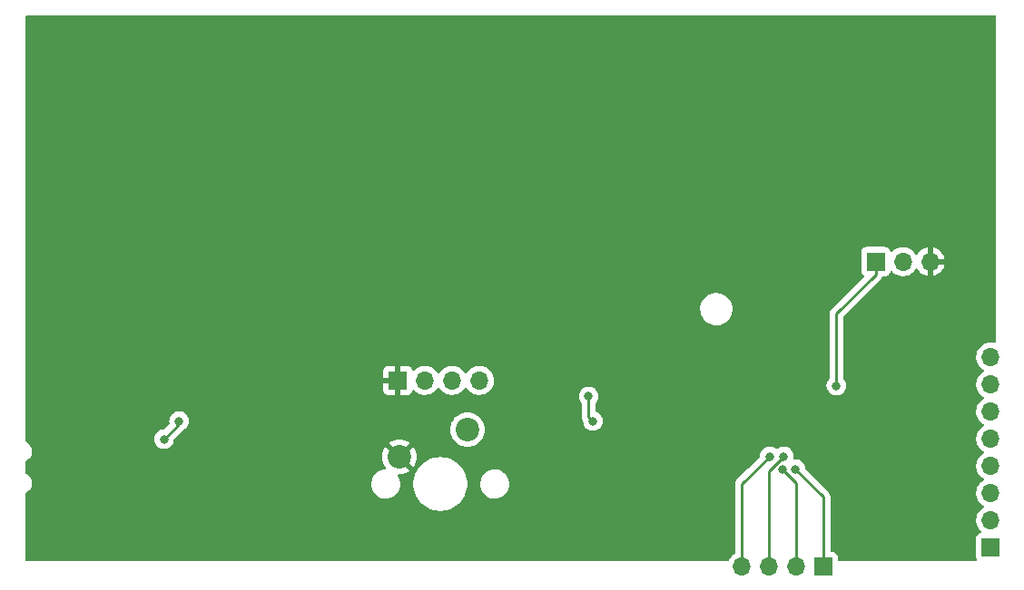
<source format=gbr>
%TF.GenerationSoftware,KiCad,Pcbnew,(6.0.11)*%
%TF.CreationDate,2023-02-12T12:57:38-06:00*%
%TF.ProjectId,DisplayMin,44697370-6c61-4794-9d69-6e2e6b696361,rev?*%
%TF.SameCoordinates,Original*%
%TF.FileFunction,Copper,L2,Bot*%
%TF.FilePolarity,Positive*%
%FSLAX46Y46*%
G04 Gerber Fmt 4.6, Leading zero omitted, Abs format (unit mm)*
G04 Created by KiCad (PCBNEW (6.0.11)) date 2023-02-12 12:57:38*
%MOMM*%
%LPD*%
G01*
G04 APERTURE LIST*
%TA.AperFunction,ComponentPad*%
%ADD10C,2.200000*%
%TD*%
%TA.AperFunction,ComponentPad*%
%ADD11O,1.700000X1.700000*%
%TD*%
%TA.AperFunction,ComponentPad*%
%ADD12R,1.700000X1.700000*%
%TD*%
%TA.AperFunction,ViaPad*%
%ADD13C,0.800000*%
%TD*%
%TA.AperFunction,Conductor*%
%ADD14C,0.250000*%
%TD*%
G04 APERTURE END LIST*
D10*
%TO.P,SW3,2,2*%
%TO.N,VSS*%
X131350000Y-109240000D03*
%TO.P,SW3,1,1*%
%TO.N,Net-(SW3-Pad1)*%
X137700000Y-106700000D03*
%TD*%
D11*
%TO.P,J4,3,Pin_3*%
%TO.N,VSS*%
X180855000Y-91000000D03*
%TO.P,J4,2,Pin_2*%
%TO.N,VCC*%
X178315000Y-91000000D03*
D12*
%TO.P,J4,1,Pin_1*%
%TO.N,SWIO*%
X175775000Y-91000000D03*
%TD*%
D11*
%TO.P,J3,4,Pin_4*%
%TO.N,Net-(J3-Pad4)*%
X163280000Y-119525000D03*
%TO.P,J3,3,Pin_3*%
%TO.N,Net-(J3-Pad3)*%
X165820000Y-119525000D03*
%TO.P,J3,2,Pin_2*%
%TO.N,Net-(J3-Pad2)*%
X168360000Y-119525000D03*
D12*
%TO.P,J3,1,Pin_1*%
%TO.N,Net-(J3-Pad1)*%
X170900000Y-119525000D03*
%TD*%
%TO.P,J2,1,Pin_1*%
%TO.N,VSS*%
X131200000Y-102100000D03*
D11*
%TO.P,J2,2,Pin_2*%
%TO.N,VCC*%
X133740000Y-102100000D03*
%TO.P,J2,3,Pin_3*%
%TO.N,SCL*%
X136280000Y-102100000D03*
%TO.P,J2,4,Pin_4*%
%TO.N,SDA*%
X138820000Y-102100000D03*
%TD*%
%TO.P,J1,8,Pin_8*%
%TO.N,Net-(J1-Pad8)*%
X186500000Y-99920000D03*
%TO.P,J1,7,Pin_7*%
%TO.N,Net-(J1-Pad7)*%
X186500000Y-102460000D03*
%TO.P,J1,6,Pin_6*%
%TO.N,Net-(J1-Pad6)*%
X186500000Y-105000000D03*
%TO.P,J1,5,Pin_5*%
%TO.N,Net-(J1-Pad5)*%
X186500000Y-107540000D03*
%TO.P,J1,4,Pin_4*%
%TO.N,Net-(J1-Pad4)*%
X186500000Y-110080000D03*
%TO.P,J1,3,Pin_3*%
%TO.N,Net-(J1-Pad3)*%
X186500000Y-112620000D03*
%TO.P,J1,2,Pin_2*%
%TO.N,Net-(J1-Pad2)*%
X186500000Y-115160000D03*
D12*
%TO.P,J1,1,Pin_1*%
%TO.N,Net-(J1-Pad1)*%
X186500000Y-117700000D03*
%TD*%
D13*
%TO.N,VSS*%
X177500000Y-100000000D03*
X173500000Y-103500000D03*
X175000000Y-115500000D03*
X159000000Y-116000000D03*
X160500000Y-110500000D03*
X160500000Y-107500000D03*
X164500000Y-103000000D03*
X156000000Y-102000000D03*
X131500000Y-105000000D03*
X115000000Y-108000000D03*
X102500000Y-116500000D03*
X104000000Y-110000000D03*
X109000000Y-112000000D03*
%TO.N,SWIO*%
X172100000Y-102600000D03*
%TO.N,Net-(J3-Pad4)*%
X165900000Y-109200000D03*
%TO.N,Net-(J3-Pad3)*%
X167200000Y-109200000D03*
%TO.N,Net-(J3-Pad2)*%
X167100000Y-110400000D03*
%TO.N,Net-(J3-Pad1)*%
X168300000Y-110400000D03*
%TO.N,SCL*%
X149400000Y-105900000D03*
X149000000Y-103600000D03*
%TO.N,VCC*%
X109400000Y-107600000D03*
X110800000Y-105900000D03*
%TD*%
D14*
%TO.N,SWIO*%
X175775000Y-92225000D02*
X175775000Y-91000000D01*
X172100000Y-102600000D02*
X172100000Y-95900000D01*
X172100000Y-95900000D02*
X175775000Y-92225000D01*
%TO.N,Net-(J3-Pad4)*%
X165900000Y-109200000D02*
X163280000Y-111820000D01*
X163280000Y-111820000D02*
X163280000Y-119525000D01*
%TO.N,Net-(J3-Pad3)*%
X167200000Y-109200000D02*
X165820000Y-110580000D01*
X165820000Y-110580000D02*
X165820000Y-119525000D01*
%TO.N,Net-(J3-Pad2)*%
X167100000Y-110400000D02*
X168360000Y-111660000D01*
X168360000Y-111660000D02*
X168360000Y-119525000D01*
%TO.N,Net-(J3-Pad1)*%
X168300000Y-110400000D02*
X170900000Y-113000000D01*
X170900000Y-113000000D02*
X170900000Y-119525000D01*
%TO.N,SCL*%
X149000000Y-105500000D02*
X149400000Y-105900000D01*
X149000000Y-103600000D02*
X149000000Y-105500000D01*
%TO.N,VCC*%
X110800000Y-106200000D02*
X109400000Y-107600000D01*
X110800000Y-105900000D02*
X110800000Y-106200000D01*
%TD*%
%TA.AperFunction,Conductor*%
%TO.N,VSS*%
G36*
X186942121Y-68020002D02*
G01*
X186988614Y-68073658D01*
X187000000Y-68126000D01*
X187000000Y-98478997D01*
X186979998Y-98547118D01*
X186926342Y-98593611D01*
X186856068Y-98603715D01*
X186848538Y-98602185D01*
X186848212Y-98602069D01*
X186846254Y-98601720D01*
X186846243Y-98601718D01*
X186633373Y-98563800D01*
X186633367Y-98563799D01*
X186628284Y-98562894D01*
X186554452Y-98561992D01*
X186410081Y-98560228D01*
X186410079Y-98560228D01*
X186404911Y-98560165D01*
X186184091Y-98593955D01*
X185971756Y-98663357D01*
X185773607Y-98766507D01*
X185769474Y-98769610D01*
X185769471Y-98769612D01*
X185599100Y-98897530D01*
X185594965Y-98900635D01*
X185440629Y-99062138D01*
X185314743Y-99246680D01*
X185220688Y-99449305D01*
X185160989Y-99664570D01*
X185137251Y-99886695D01*
X185150110Y-100109715D01*
X185151247Y-100114761D01*
X185151248Y-100114767D01*
X185172275Y-100208069D01*
X185199222Y-100327639D01*
X185283266Y-100534616D01*
X185399987Y-100725088D01*
X185546250Y-100893938D01*
X185718126Y-101036632D01*
X185788115Y-101077530D01*
X185791445Y-101079476D01*
X185840169Y-101131114D01*
X185853240Y-101200897D01*
X185826509Y-101266669D01*
X185786055Y-101300027D01*
X185773607Y-101306507D01*
X185769474Y-101309610D01*
X185769471Y-101309612D01*
X185613551Y-101426680D01*
X185594965Y-101440635D01*
X185440629Y-101602138D01*
X185314743Y-101786680D01*
X185287208Y-101846000D01*
X185224178Y-101981787D01*
X185220688Y-101989305D01*
X185160989Y-102204570D01*
X185137251Y-102426695D01*
X185137548Y-102431848D01*
X185137548Y-102431851D01*
X185147348Y-102601811D01*
X185150110Y-102649715D01*
X185151247Y-102654761D01*
X185151248Y-102654767D01*
X185159836Y-102692872D01*
X185199222Y-102867639D01*
X185247745Y-102987137D01*
X185274226Y-103052352D01*
X185283266Y-103074616D01*
X185285965Y-103079020D01*
X185377532Y-103228444D01*
X185399987Y-103265088D01*
X185546250Y-103433938D01*
X185718126Y-103576632D01*
X185788595Y-103617811D01*
X185791445Y-103619476D01*
X185840169Y-103671114D01*
X185853240Y-103740897D01*
X185826509Y-103806669D01*
X185786055Y-103840027D01*
X185773607Y-103846507D01*
X185769474Y-103849610D01*
X185769471Y-103849612D01*
X185599100Y-103977530D01*
X185594965Y-103980635D01*
X185591393Y-103984373D01*
X185445593Y-104136944D01*
X185440629Y-104142138D01*
X185314743Y-104326680D01*
X185220688Y-104529305D01*
X185160989Y-104744570D01*
X185137251Y-104966695D01*
X185137548Y-104971848D01*
X185137548Y-104971851D01*
X185148823Y-105167389D01*
X185150110Y-105189715D01*
X185151247Y-105194761D01*
X185151248Y-105194767D01*
X185158297Y-105226045D01*
X185199222Y-105407639D01*
X185283266Y-105614616D01*
X185298025Y-105638700D01*
X185372613Y-105760417D01*
X185399987Y-105805088D01*
X185546250Y-105973938D01*
X185718126Y-106116632D01*
X185788595Y-106157811D01*
X185791445Y-106159476D01*
X185840169Y-106211114D01*
X185853240Y-106280897D01*
X185826509Y-106346669D01*
X185786055Y-106380027D01*
X185773607Y-106386507D01*
X185769474Y-106389610D01*
X185769471Y-106389612D01*
X185685671Y-106452531D01*
X185594965Y-106520635D01*
X185440629Y-106682138D01*
X185437715Y-106686410D01*
X185437714Y-106686411D01*
X185394790Y-106749335D01*
X185314743Y-106866680D01*
X185287187Y-106926045D01*
X185223589Y-107063056D01*
X185220688Y-107069305D01*
X185160989Y-107284570D01*
X185137251Y-107506695D01*
X185137548Y-107511848D01*
X185137548Y-107511851D01*
X185145177Y-107644162D01*
X185150110Y-107729715D01*
X185151247Y-107734761D01*
X185151248Y-107734767D01*
X185170336Y-107819465D01*
X185199222Y-107947639D01*
X185236966Y-108040591D01*
X185277133Y-108139511D01*
X185283266Y-108154616D01*
X185285965Y-108159020D01*
X185368679Y-108293997D01*
X185399987Y-108345088D01*
X185546250Y-108513938D01*
X185718126Y-108656632D01*
X185738905Y-108668774D01*
X185791445Y-108699476D01*
X185840169Y-108751114D01*
X185853240Y-108820897D01*
X185826509Y-108886669D01*
X185786055Y-108920027D01*
X185773607Y-108926507D01*
X185769474Y-108929610D01*
X185769471Y-108929612D01*
X185629575Y-109034649D01*
X185594965Y-109060635D01*
X185591393Y-109064373D01*
X185446928Y-109215547D01*
X185440629Y-109222138D01*
X185437715Y-109226410D01*
X185437714Y-109226411D01*
X185396990Y-109286110D01*
X185314743Y-109406680D01*
X185284656Y-109471498D01*
X185229401Y-109590535D01*
X185220688Y-109609305D01*
X185160989Y-109824570D01*
X185137251Y-110046695D01*
X185137548Y-110051848D01*
X185137548Y-110051851D01*
X185145160Y-110183867D01*
X185150110Y-110269715D01*
X185151247Y-110274761D01*
X185151248Y-110274767D01*
X185168715Y-110352272D01*
X185199222Y-110487639D01*
X185241466Y-110591673D01*
X185275132Y-110674583D01*
X185283266Y-110694616D01*
X185315266Y-110746835D01*
X185387058Y-110863989D01*
X185399987Y-110885088D01*
X185546250Y-111053938D01*
X185718126Y-111196632D01*
X185776747Y-111230887D01*
X185791445Y-111239476D01*
X185840169Y-111291114D01*
X185853240Y-111360897D01*
X185826509Y-111426669D01*
X185786055Y-111460027D01*
X185773607Y-111466507D01*
X185769474Y-111469610D01*
X185769471Y-111469612D01*
X185605645Y-111592616D01*
X185594965Y-111600635D01*
X185578135Y-111618247D01*
X185484936Y-111715774D01*
X185440629Y-111762138D01*
X185314743Y-111946680D01*
X185294911Y-111989404D01*
X185227517Y-112134594D01*
X185220688Y-112149305D01*
X185160989Y-112364570D01*
X185137251Y-112586695D01*
X185137548Y-112591848D01*
X185137548Y-112591851D01*
X185142828Y-112683424D01*
X185150110Y-112809715D01*
X185151247Y-112814761D01*
X185151248Y-112814767D01*
X185163952Y-112871137D01*
X185199222Y-113027639D01*
X185283266Y-113234616D01*
X185315864Y-113287811D01*
X185373669Y-113382140D01*
X185399987Y-113425088D01*
X185546250Y-113593938D01*
X185718126Y-113736632D01*
X185788595Y-113777811D01*
X185791445Y-113779476D01*
X185840169Y-113831114D01*
X185853240Y-113900897D01*
X185826509Y-113966669D01*
X185786055Y-114000027D01*
X185773607Y-114006507D01*
X185769474Y-114009610D01*
X185769471Y-114009612D01*
X185599100Y-114137530D01*
X185594965Y-114140635D01*
X185440629Y-114302138D01*
X185314743Y-114486680D01*
X185220688Y-114689305D01*
X185160989Y-114904570D01*
X185137251Y-115126695D01*
X185150110Y-115349715D01*
X185151247Y-115354761D01*
X185151248Y-115354767D01*
X185172275Y-115448069D01*
X185199222Y-115567639D01*
X185283266Y-115774616D01*
X185285965Y-115779020D01*
X185395243Y-115957346D01*
X185399987Y-115965088D01*
X185546250Y-116133938D01*
X185550230Y-116137242D01*
X185554981Y-116141187D01*
X185594616Y-116200090D01*
X185596113Y-116271071D01*
X185558997Y-116331593D01*
X185518724Y-116356112D01*
X185403295Y-116399385D01*
X185286739Y-116486739D01*
X185199385Y-116603295D01*
X185148255Y-116739684D01*
X185141500Y-116801866D01*
X185141500Y-118598134D01*
X185148255Y-118660316D01*
X185199385Y-118796705D01*
X185204771Y-118803892D01*
X185209079Y-118811760D01*
X185206238Y-118813315D01*
X185225528Y-118864921D01*
X185210487Y-118934306D01*
X185160321Y-118984544D01*
X185099856Y-119000000D01*
X172384500Y-119000000D01*
X172316379Y-118979998D01*
X172269886Y-118926342D01*
X172258500Y-118874000D01*
X172258500Y-118626866D01*
X172251745Y-118564684D01*
X172200615Y-118428295D01*
X172113261Y-118311739D01*
X171996705Y-118224385D01*
X171860316Y-118173255D01*
X171798134Y-118166500D01*
X171659500Y-118166500D01*
X171591379Y-118146498D01*
X171544886Y-118092842D01*
X171533500Y-118040500D01*
X171533500Y-113078767D01*
X171534027Y-113067584D01*
X171535702Y-113060091D01*
X171533562Y-112992014D01*
X171533500Y-112988055D01*
X171533500Y-112960144D01*
X171532995Y-112956144D01*
X171532062Y-112944301D01*
X171530922Y-112908029D01*
X171530673Y-112900110D01*
X171525022Y-112880658D01*
X171521014Y-112861306D01*
X171519467Y-112849063D01*
X171518474Y-112841203D01*
X171515556Y-112833832D01*
X171502200Y-112800097D01*
X171498355Y-112788870D01*
X171497721Y-112786687D01*
X171486018Y-112746407D01*
X171481984Y-112739585D01*
X171481981Y-112739579D01*
X171475706Y-112728968D01*
X171467010Y-112711218D01*
X171462472Y-112699756D01*
X171462469Y-112699751D01*
X171459552Y-112692383D01*
X171441308Y-112667272D01*
X171433573Y-112656625D01*
X171427057Y-112646707D01*
X171408575Y-112615457D01*
X171404542Y-112608637D01*
X171390218Y-112594313D01*
X171377376Y-112579278D01*
X171365472Y-112562893D01*
X171331406Y-112534711D01*
X171322627Y-112526722D01*
X169247122Y-110451217D01*
X169213096Y-110388905D01*
X169210907Y-110375292D01*
X169194232Y-110216635D01*
X169194232Y-110216633D01*
X169193542Y-110210072D01*
X169134527Y-110028444D01*
X169039040Y-109863056D01*
X169009013Y-109829707D01*
X168915675Y-109726045D01*
X168915674Y-109726044D01*
X168911253Y-109721134D01*
X168756752Y-109608882D01*
X168750724Y-109606198D01*
X168750722Y-109606197D01*
X168588319Y-109533891D01*
X168588318Y-109533891D01*
X168582288Y-109531206D01*
X168488887Y-109511353D01*
X168401944Y-109492872D01*
X168401939Y-109492872D01*
X168395487Y-109491500D01*
X168222804Y-109491500D01*
X168154683Y-109471498D01*
X168108190Y-109417842D01*
X168097494Y-109352330D01*
X168112814Y-109206565D01*
X168113504Y-109200000D01*
X168093542Y-109010072D01*
X168034527Y-108828444D01*
X168023402Y-108809174D01*
X167942341Y-108668774D01*
X167939040Y-108663056D01*
X167844094Y-108557607D01*
X167815675Y-108526045D01*
X167815674Y-108526044D01*
X167811253Y-108521134D01*
X167656752Y-108408882D01*
X167650724Y-108406198D01*
X167650722Y-108406197D01*
X167488319Y-108333891D01*
X167488318Y-108333891D01*
X167482288Y-108331206D01*
X167364645Y-108306200D01*
X167301944Y-108292872D01*
X167301939Y-108292872D01*
X167295487Y-108291500D01*
X167104513Y-108291500D01*
X167098061Y-108292872D01*
X167098056Y-108292872D01*
X167035355Y-108306200D01*
X166917712Y-108331206D01*
X166911682Y-108333891D01*
X166911681Y-108333891D01*
X166749278Y-108406197D01*
X166749276Y-108406198D01*
X166743248Y-108408882D01*
X166737907Y-108412762D01*
X166737906Y-108412763D01*
X166624061Y-108495477D01*
X166557194Y-108519335D01*
X166488042Y-108503255D01*
X166475939Y-108495477D01*
X166362094Y-108412763D01*
X166362093Y-108412762D01*
X166356752Y-108408882D01*
X166350724Y-108406198D01*
X166350722Y-108406197D01*
X166188319Y-108333891D01*
X166188318Y-108333891D01*
X166182288Y-108331206D01*
X166064645Y-108306200D01*
X166001944Y-108292872D01*
X166001939Y-108292872D01*
X165995487Y-108291500D01*
X165804513Y-108291500D01*
X165798061Y-108292872D01*
X165798056Y-108292872D01*
X165735355Y-108306200D01*
X165617712Y-108331206D01*
X165611682Y-108333891D01*
X165611681Y-108333891D01*
X165449278Y-108406197D01*
X165449276Y-108406198D01*
X165443248Y-108408882D01*
X165288747Y-108521134D01*
X165284326Y-108526044D01*
X165284325Y-108526045D01*
X165255907Y-108557607D01*
X165160960Y-108663056D01*
X165157659Y-108668774D01*
X165076599Y-108809174D01*
X165065473Y-108828444D01*
X165006458Y-109010072D01*
X165005768Y-109016633D01*
X165005768Y-109016635D01*
X164989093Y-109175293D01*
X164962080Y-109240950D01*
X164952878Y-109251218D01*
X163851823Y-110352272D01*
X162887747Y-111316348D01*
X162879461Y-111323888D01*
X162872982Y-111328000D01*
X162867557Y-111333777D01*
X162826357Y-111377651D01*
X162823602Y-111380493D01*
X162803865Y-111400230D01*
X162801385Y-111403427D01*
X162793682Y-111412447D01*
X162763414Y-111444679D01*
X162759595Y-111451625D01*
X162759593Y-111451628D01*
X162753652Y-111462434D01*
X162742801Y-111478953D01*
X162730386Y-111494959D01*
X162727241Y-111502228D01*
X162727238Y-111502232D01*
X162712826Y-111535537D01*
X162707609Y-111546187D01*
X162686305Y-111584940D01*
X162681316Y-111604373D01*
X162681267Y-111604562D01*
X162674863Y-111623266D01*
X162666819Y-111641855D01*
X162665580Y-111649678D01*
X162665577Y-111649688D01*
X162659901Y-111685524D01*
X162657495Y-111697144D01*
X162648472Y-111732289D01*
X162646500Y-111739970D01*
X162646500Y-111760224D01*
X162644949Y-111779934D01*
X162641780Y-111799943D01*
X162642526Y-111807835D01*
X162645941Y-111843961D01*
X162646500Y-111855819D01*
X162646500Y-118246692D01*
X162626498Y-118314813D01*
X162578683Y-118358453D01*
X162553607Y-118371507D01*
X162549474Y-118374610D01*
X162549471Y-118374612D01*
X162379100Y-118502530D01*
X162374965Y-118505635D01*
X162335525Y-118546907D01*
X162234656Y-118652460D01*
X162220629Y-118667138D01*
X162094743Y-118851680D01*
X162092567Y-118856367D01*
X162092564Y-118856373D01*
X162059757Y-118927050D01*
X162012933Y-118980417D01*
X161945469Y-119000000D01*
X96626000Y-119000000D01*
X96557879Y-118979998D01*
X96511386Y-118926342D01*
X96500000Y-118874000D01*
X96500000Y-112667272D01*
X96520002Y-112599151D01*
X96564913Y-112557070D01*
X96669271Y-112499223D01*
X96669274Y-112499221D01*
X96674850Y-112496130D01*
X96679691Y-112491981D01*
X96679695Y-112491978D01*
X96817855Y-112373560D01*
X96822698Y-112369409D01*
X96942046Y-112215547D01*
X96947483Y-112204499D01*
X97025200Y-112046556D01*
X97028018Y-112040829D01*
X97041413Y-111989404D01*
X97075492Y-111858575D01*
X97075492Y-111858572D01*
X97077102Y-111852393D01*
X97083396Y-111732289D01*
X97084262Y-111715774D01*
X128718102Y-111715774D01*
X128718302Y-111721103D01*
X128718302Y-111721105D01*
X128720003Y-111766411D01*
X128726751Y-111946158D01*
X128774093Y-112171791D01*
X128776051Y-112176750D01*
X128776052Y-112176752D01*
X128852137Y-112369409D01*
X128858776Y-112386221D01*
X128861543Y-112390780D01*
X128861544Y-112390783D01*
X128926883Y-112498458D01*
X128978377Y-112583317D01*
X128981874Y-112587347D01*
X129119899Y-112746407D01*
X129129477Y-112757445D01*
X129133608Y-112760832D01*
X129303627Y-112900240D01*
X129303633Y-112900244D01*
X129307755Y-112903624D01*
X129312391Y-112906263D01*
X129312394Y-112906265D01*
X129407046Y-112960144D01*
X129508114Y-113017675D01*
X129724825Y-113096337D01*
X129730074Y-113097286D01*
X129730077Y-113097287D01*
X129947608Y-113136623D01*
X129947615Y-113136624D01*
X129951692Y-113137361D01*
X129969414Y-113138197D01*
X129974356Y-113138430D01*
X129974363Y-113138430D01*
X129975844Y-113138500D01*
X130137890Y-113138500D01*
X130204809Y-113132822D01*
X130304409Y-113124371D01*
X130304413Y-113124370D01*
X130309720Y-113123920D01*
X130314875Y-113122582D01*
X130314881Y-113122581D01*
X130527703Y-113067343D01*
X130527707Y-113067342D01*
X130532872Y-113066001D01*
X130537738Y-113063809D01*
X130537741Y-113063808D01*
X130738202Y-112973507D01*
X130743075Y-112971312D01*
X130934319Y-112842559D01*
X130943468Y-112833832D01*
X131035112Y-112746407D01*
X131101135Y-112683424D01*
X131113153Y-112667272D01*
X131211780Y-112534712D01*
X131238754Y-112498458D01*
X131271363Y-112434322D01*
X131340822Y-112297704D01*
X131343240Y-112292949D01*
X131356274Y-112250975D01*
X131410024Y-112077871D01*
X131411607Y-112072773D01*
X131424619Y-111974596D01*
X131429493Y-111937821D01*
X132651500Y-111937821D01*
X132691060Y-112250975D01*
X132769557Y-112556702D01*
X132771010Y-112560371D01*
X132771010Y-112560372D01*
X132881279Y-112838878D01*
X132885753Y-112850179D01*
X132887659Y-112853647D01*
X132887660Y-112853648D01*
X133021603Y-113097287D01*
X133037816Y-113126779D01*
X133223346Y-113382140D01*
X133439418Y-113612233D01*
X133682625Y-113813432D01*
X133949131Y-113982562D01*
X133952710Y-113984246D01*
X133952717Y-113984250D01*
X134231144Y-114115267D01*
X134231148Y-114115269D01*
X134234734Y-114116956D01*
X134534928Y-114214495D01*
X134844980Y-114273641D01*
X135081162Y-114288500D01*
X135238838Y-114288500D01*
X135475020Y-114273641D01*
X135785072Y-114214495D01*
X136085266Y-114116956D01*
X136088852Y-114115269D01*
X136088856Y-114115267D01*
X136367283Y-113984250D01*
X136367290Y-113984246D01*
X136370869Y-113982562D01*
X136637375Y-113813432D01*
X136880582Y-113612233D01*
X137096654Y-113382140D01*
X137282184Y-113126779D01*
X137298398Y-113097287D01*
X137432340Y-112853648D01*
X137432341Y-112853647D01*
X137434247Y-112850179D01*
X137438722Y-112838878D01*
X137548990Y-112560372D01*
X137548990Y-112560371D01*
X137550443Y-112556702D01*
X137628940Y-112250975D01*
X137668500Y-111937821D01*
X137668500Y-111715774D01*
X138878102Y-111715774D01*
X138878302Y-111721103D01*
X138878302Y-111721105D01*
X138880003Y-111766411D01*
X138886751Y-111946158D01*
X138934093Y-112171791D01*
X138936051Y-112176750D01*
X138936052Y-112176752D01*
X139012137Y-112369409D01*
X139018776Y-112386221D01*
X139021543Y-112390780D01*
X139021544Y-112390783D01*
X139086883Y-112498458D01*
X139138377Y-112583317D01*
X139141874Y-112587347D01*
X139279899Y-112746407D01*
X139289477Y-112757445D01*
X139293608Y-112760832D01*
X139463627Y-112900240D01*
X139463633Y-112900244D01*
X139467755Y-112903624D01*
X139472391Y-112906263D01*
X139472394Y-112906265D01*
X139567046Y-112960144D01*
X139668114Y-113017675D01*
X139884825Y-113096337D01*
X139890074Y-113097286D01*
X139890077Y-113097287D01*
X140107608Y-113136623D01*
X140107615Y-113136624D01*
X140111692Y-113137361D01*
X140129414Y-113138197D01*
X140134356Y-113138430D01*
X140134363Y-113138430D01*
X140135844Y-113138500D01*
X140297890Y-113138500D01*
X140364809Y-113132822D01*
X140464409Y-113124371D01*
X140464413Y-113124370D01*
X140469720Y-113123920D01*
X140474875Y-113122582D01*
X140474881Y-113122581D01*
X140687703Y-113067343D01*
X140687707Y-113067342D01*
X140692872Y-113066001D01*
X140697738Y-113063809D01*
X140697741Y-113063808D01*
X140898202Y-112973507D01*
X140903075Y-112971312D01*
X141094319Y-112842559D01*
X141103468Y-112833832D01*
X141195112Y-112746407D01*
X141261135Y-112683424D01*
X141273153Y-112667272D01*
X141371780Y-112534712D01*
X141398754Y-112498458D01*
X141431363Y-112434322D01*
X141500822Y-112297704D01*
X141503240Y-112292949D01*
X141516274Y-112250975D01*
X141570024Y-112077871D01*
X141571607Y-112072773D01*
X141584619Y-111974596D01*
X141601198Y-111849511D01*
X141601198Y-111849506D01*
X141601898Y-111844226D01*
X141593249Y-111613842D01*
X141585729Y-111577999D01*
X141547002Y-111393428D01*
X141545907Y-111388209D01*
X141542860Y-111380493D01*
X141463185Y-111178744D01*
X141463184Y-111178742D01*
X141461224Y-111173779D01*
X141341623Y-110976683D01*
X141254755Y-110876576D01*
X141194023Y-110806588D01*
X141194021Y-110806586D01*
X141190523Y-110802555D01*
X141114355Y-110740101D01*
X141016373Y-110659760D01*
X141016367Y-110659756D01*
X141012245Y-110656376D01*
X141007609Y-110653737D01*
X141007606Y-110653735D01*
X140816529Y-110544968D01*
X140811886Y-110542325D01*
X140595175Y-110463663D01*
X140589926Y-110462714D01*
X140589923Y-110462713D01*
X140372392Y-110423377D01*
X140372385Y-110423376D01*
X140368308Y-110422639D01*
X140350586Y-110421803D01*
X140345644Y-110421570D01*
X140345637Y-110421570D01*
X140344156Y-110421500D01*
X140182110Y-110421500D01*
X140115191Y-110427178D01*
X140015591Y-110435629D01*
X140015587Y-110435630D01*
X140010280Y-110436080D01*
X140005125Y-110437418D01*
X140005119Y-110437419D01*
X139792297Y-110492657D01*
X139792293Y-110492658D01*
X139787128Y-110493999D01*
X139782262Y-110496191D01*
X139782259Y-110496192D01*
X139674287Y-110544830D01*
X139576925Y-110588688D01*
X139385681Y-110717441D01*
X139218865Y-110876576D01*
X139081246Y-111061542D01*
X139078830Y-111066293D01*
X139078828Y-111066297D01*
X139055324Y-111112526D01*
X138976760Y-111267051D01*
X138975178Y-111272145D01*
X138975177Y-111272148D01*
X138931612Y-111412449D01*
X138908393Y-111487227D01*
X138907692Y-111492516D01*
X138885768Y-111657936D01*
X138878102Y-111715774D01*
X137668500Y-111715774D01*
X137668500Y-111622179D01*
X137628940Y-111309025D01*
X137550443Y-111003298D01*
X137539905Y-110976683D01*
X137435702Y-110713495D01*
X137435700Y-110713490D01*
X137434247Y-110709821D01*
X137367653Y-110588688D01*
X137284093Y-110436693D01*
X137284091Y-110436690D01*
X137282184Y-110433221D01*
X137096654Y-110177860D01*
X136917423Y-109986999D01*
X136883297Y-109950658D01*
X136883296Y-109950657D01*
X136880582Y-109947767D01*
X136637375Y-109746568D01*
X136370869Y-109577438D01*
X136367290Y-109575754D01*
X136367283Y-109575750D01*
X136088856Y-109444733D01*
X136088852Y-109444731D01*
X136085266Y-109443044D01*
X136063095Y-109435840D01*
X135788848Y-109346732D01*
X135788850Y-109346732D01*
X135785072Y-109345505D01*
X135475020Y-109286359D01*
X135238838Y-109271500D01*
X135081162Y-109271500D01*
X134844980Y-109286359D01*
X134534928Y-109345505D01*
X134531150Y-109346732D01*
X134531152Y-109346732D01*
X134256906Y-109435840D01*
X134234734Y-109443044D01*
X134231148Y-109444731D01*
X134231144Y-109444733D01*
X133952717Y-109575750D01*
X133952710Y-109575754D01*
X133949131Y-109577438D01*
X133682625Y-109746568D01*
X133439418Y-109947767D01*
X133436704Y-109950657D01*
X133436703Y-109950658D01*
X133402577Y-109986999D01*
X133223346Y-110177860D01*
X133037816Y-110433221D01*
X133035909Y-110436690D01*
X133035907Y-110436693D01*
X132952347Y-110588688D01*
X132885753Y-110709821D01*
X132884300Y-110713490D01*
X132884298Y-110713495D01*
X132780095Y-110976683D01*
X132769557Y-111003298D01*
X132691060Y-111309025D01*
X132651500Y-111622179D01*
X132651500Y-111937821D01*
X131429493Y-111937821D01*
X131441198Y-111849511D01*
X131441198Y-111849506D01*
X131441898Y-111844226D01*
X131433249Y-111613842D01*
X131425729Y-111577999D01*
X131387002Y-111393428D01*
X131385907Y-111388209D01*
X131382860Y-111380493D01*
X131303185Y-111178744D01*
X131303184Y-111178742D01*
X131301224Y-111173779D01*
X131298456Y-111169217D01*
X131298453Y-111169211D01*
X131221943Y-111043126D01*
X131203704Y-110974512D01*
X131225456Y-110906930D01*
X131280292Y-110861836D01*
X131339553Y-110852150D01*
X131345065Y-110852584D01*
X131354930Y-110852584D01*
X131597390Y-110833502D01*
X131607137Y-110831959D01*
X131843624Y-110775183D01*
X131853009Y-110772134D01*
X132077700Y-110679064D01*
X132086494Y-110674583D01*
X132281167Y-110555287D01*
X132290627Y-110544830D01*
X132286844Y-110536054D01*
X130991922Y-109241132D01*
X131714408Y-109241132D01*
X131714539Y-109242965D01*
X131718790Y-109249580D01*
X132643010Y-110173800D01*
X132655390Y-110180560D01*
X132663040Y-110174833D01*
X132784583Y-109976494D01*
X132789064Y-109967700D01*
X132882134Y-109743009D01*
X132885183Y-109733624D01*
X132941959Y-109497137D01*
X132943502Y-109487390D01*
X132962584Y-109244930D01*
X132962584Y-109235070D01*
X132943502Y-108992610D01*
X132941959Y-108982863D01*
X132885183Y-108746376D01*
X132882134Y-108736991D01*
X132789064Y-108512300D01*
X132784583Y-108503506D01*
X132665287Y-108308833D01*
X132654830Y-108299373D01*
X132646054Y-108303156D01*
X131722022Y-109227188D01*
X131714408Y-109241132D01*
X130991922Y-109241132D01*
X130056990Y-108306200D01*
X130044610Y-108299440D01*
X130036960Y-108305167D01*
X129915417Y-108503506D01*
X129910936Y-108512300D01*
X129817866Y-108736991D01*
X129814817Y-108746376D01*
X129758041Y-108982863D01*
X129756498Y-108992610D01*
X129737416Y-109235070D01*
X129737416Y-109244930D01*
X129756498Y-109487390D01*
X129758041Y-109497137D01*
X129814817Y-109733624D01*
X129817866Y-109743009D01*
X129910936Y-109967700D01*
X129915417Y-109976494D01*
X130042496Y-110183867D01*
X130048294Y-110191847D01*
X130070017Y-110217282D01*
X130099048Y-110282072D01*
X130088443Y-110352272D01*
X130041568Y-110405594D01*
X129984860Y-110424661D01*
X129937663Y-110428665D01*
X129855591Y-110435629D01*
X129855587Y-110435630D01*
X129850280Y-110436080D01*
X129845125Y-110437418D01*
X129845119Y-110437419D01*
X129632297Y-110492657D01*
X129632293Y-110492658D01*
X129627128Y-110493999D01*
X129622262Y-110496191D01*
X129622259Y-110496192D01*
X129514287Y-110544830D01*
X129416925Y-110588688D01*
X129225681Y-110717441D01*
X129058865Y-110876576D01*
X128921246Y-111061542D01*
X128918830Y-111066293D01*
X128918828Y-111066297D01*
X128895324Y-111112526D01*
X128816760Y-111267051D01*
X128815178Y-111272145D01*
X128815177Y-111272148D01*
X128771612Y-111412449D01*
X128748393Y-111487227D01*
X128747692Y-111492516D01*
X128725768Y-111657936D01*
X128718102Y-111715774D01*
X97084262Y-111715774D01*
X97086959Y-111664317D01*
X97086959Y-111664313D01*
X97087293Y-111657936D01*
X97062276Y-111492516D01*
X97059130Y-111471715D01*
X97059130Y-111471714D01*
X97058175Y-111465401D01*
X97055972Y-111459415D01*
X97055971Y-111459409D01*
X96993140Y-111288640D01*
X96993138Y-111288635D01*
X96990937Y-111282654D01*
X96888326Y-111117160D01*
X96876454Y-111104605D01*
X96758919Y-110980315D01*
X96754534Y-110975678D01*
X96737127Y-110963489D01*
X96600258Y-110867653D01*
X96600257Y-110867652D01*
X96595025Y-110863989D01*
X96586603Y-110860344D01*
X96575957Y-110855737D01*
X96521384Y-110810325D01*
X96500000Y-110740101D01*
X96500000Y-109667272D01*
X96520002Y-109599151D01*
X96564913Y-109557070D01*
X96669271Y-109499223D01*
X96669274Y-109499221D01*
X96674850Y-109496130D01*
X96679691Y-109491981D01*
X96679695Y-109491978D01*
X96817855Y-109373560D01*
X96822698Y-109369409D01*
X96942046Y-109215547D01*
X96949697Y-109200000D01*
X97025200Y-109046556D01*
X97028018Y-109040829D01*
X97053084Y-108944599D01*
X97075492Y-108858575D01*
X97075492Y-108858572D01*
X97077102Y-108852393D01*
X97087293Y-108657936D01*
X97058175Y-108465401D01*
X97055972Y-108459415D01*
X97055971Y-108459409D01*
X96993140Y-108288640D01*
X96993138Y-108288635D01*
X96990937Y-108282654D01*
X96936250Y-108194453D01*
X96891688Y-108122582D01*
X96891687Y-108122581D01*
X96888326Y-108117160D01*
X96817073Y-108041811D01*
X96758919Y-107980315D01*
X96754534Y-107975678D01*
X96739672Y-107965271D01*
X96600258Y-107867653D01*
X96600257Y-107867652D01*
X96595025Y-107863989D01*
X96586603Y-107860344D01*
X96575957Y-107855737D01*
X96521384Y-107810325D01*
X96500000Y-107740101D01*
X96500000Y-107600000D01*
X108486496Y-107600000D01*
X108487186Y-107606565D01*
X108501894Y-107746500D01*
X108506458Y-107789928D01*
X108565473Y-107971556D01*
X108660960Y-108136944D01*
X108788747Y-108278866D01*
X108943248Y-108391118D01*
X108949276Y-108393802D01*
X108949278Y-108393803D01*
X109110091Y-108465401D01*
X109117712Y-108468794D01*
X109211113Y-108488647D01*
X109298056Y-108507128D01*
X109298061Y-108507128D01*
X109304513Y-108508500D01*
X109495487Y-108508500D01*
X109501939Y-108507128D01*
X109501944Y-108507128D01*
X109588888Y-108488647D01*
X109682288Y-108468794D01*
X109689909Y-108465401D01*
X109850722Y-108393803D01*
X109850724Y-108393802D01*
X109856752Y-108391118D01*
X110011253Y-108278866D01*
X110139040Y-108136944D01*
X110234527Y-107971556D01*
X110246350Y-107935170D01*
X130409373Y-107935170D01*
X130413156Y-107943946D01*
X131337188Y-108867978D01*
X131351132Y-108875592D01*
X131352965Y-108875461D01*
X131359580Y-108871210D01*
X132283800Y-107946990D01*
X132290560Y-107934610D01*
X132284833Y-107926960D01*
X132086494Y-107805417D01*
X132077700Y-107800936D01*
X131853009Y-107707866D01*
X131843624Y-107704817D01*
X131607137Y-107648041D01*
X131597390Y-107646498D01*
X131354930Y-107627416D01*
X131345070Y-107627416D01*
X131102610Y-107646498D01*
X131092863Y-107648041D01*
X130856376Y-107704817D01*
X130846991Y-107707866D01*
X130622300Y-107800936D01*
X130613506Y-107805417D01*
X130418833Y-107924713D01*
X130409373Y-107935170D01*
X110246350Y-107935170D01*
X110293542Y-107789928D01*
X110298107Y-107746500D01*
X110308024Y-107652135D01*
X110310907Y-107624708D01*
X110337920Y-107559051D01*
X110347122Y-107548782D01*
X111146570Y-106749335D01*
X111184416Y-106723324D01*
X111236803Y-106700000D01*
X136086526Y-106700000D01*
X136106391Y-106952403D01*
X136165495Y-107198591D01*
X136167388Y-107203162D01*
X136167389Y-107203164D01*
X136255812Y-107416635D01*
X136262384Y-107432502D01*
X136394672Y-107648376D01*
X136559102Y-107840898D01*
X136751624Y-108005328D01*
X136967498Y-108137616D01*
X136972068Y-108139509D01*
X136972072Y-108139511D01*
X137196836Y-108232611D01*
X137201409Y-108234505D01*
X137286032Y-108254821D01*
X137442784Y-108292454D01*
X137442790Y-108292455D01*
X137447597Y-108293609D01*
X137700000Y-108313474D01*
X137952403Y-108293609D01*
X137957210Y-108292455D01*
X137957216Y-108292454D01*
X138113968Y-108254821D01*
X138198591Y-108234505D01*
X138203164Y-108232611D01*
X138427928Y-108139511D01*
X138427932Y-108139509D01*
X138432502Y-108137616D01*
X138648376Y-108005328D01*
X138840898Y-107840898D01*
X139005328Y-107648376D01*
X139137616Y-107432502D01*
X139144189Y-107416635D01*
X139232611Y-107203164D01*
X139232612Y-107203162D01*
X139234505Y-107198591D01*
X139293609Y-106952403D01*
X139313474Y-106700000D01*
X139293609Y-106447597D01*
X139291052Y-106436944D01*
X139252720Y-106277279D01*
X139234505Y-106201409D01*
X139221866Y-106170896D01*
X139139511Y-105972072D01*
X139139509Y-105972068D01*
X139137616Y-105967498D01*
X139005328Y-105751624D01*
X138840898Y-105559102D01*
X138648376Y-105394672D01*
X138432502Y-105262384D01*
X138427932Y-105260491D01*
X138427928Y-105260489D01*
X138203164Y-105167389D01*
X138203162Y-105167388D01*
X138198591Y-105165495D01*
X138113968Y-105145179D01*
X137957216Y-105107546D01*
X137957210Y-105107545D01*
X137952403Y-105106391D01*
X137700000Y-105086526D01*
X137447597Y-105106391D01*
X137442790Y-105107545D01*
X137442784Y-105107546D01*
X137286032Y-105145179D01*
X137201409Y-105165495D01*
X137196838Y-105167388D01*
X137196836Y-105167389D01*
X136972072Y-105260489D01*
X136972068Y-105260491D01*
X136967498Y-105262384D01*
X136751624Y-105394672D01*
X136559102Y-105559102D01*
X136394672Y-105751624D01*
X136262384Y-105967498D01*
X136260491Y-105972068D01*
X136260489Y-105972072D01*
X136178134Y-106170896D01*
X136165495Y-106201409D01*
X136147280Y-106277279D01*
X136108949Y-106436944D01*
X136106391Y-106447597D01*
X136086526Y-106700000D01*
X111236803Y-106700000D01*
X111250722Y-106693803D01*
X111250724Y-106693802D01*
X111256752Y-106691118D01*
X111274256Y-106678401D01*
X111312157Y-106650864D01*
X111411253Y-106578866D01*
X111460319Y-106524373D01*
X111534621Y-106441852D01*
X111534622Y-106441851D01*
X111539040Y-106436944D01*
X111634527Y-106271556D01*
X111693542Y-106089928D01*
X111713504Y-105900000D01*
X111703794Y-105807617D01*
X111694232Y-105716635D01*
X111694232Y-105716633D01*
X111693542Y-105710072D01*
X111634527Y-105528444D01*
X111619151Y-105501811D01*
X111577724Y-105430058D01*
X111539040Y-105363056D01*
X111471522Y-105288069D01*
X111415675Y-105226045D01*
X111415674Y-105226044D01*
X111411253Y-105221134D01*
X111256752Y-105108882D01*
X111250724Y-105106198D01*
X111250722Y-105106197D01*
X111088319Y-105033891D01*
X111088318Y-105033891D01*
X111082288Y-105031206D01*
X110988888Y-105011353D01*
X110901944Y-104992872D01*
X110901939Y-104992872D01*
X110895487Y-104991500D01*
X110704513Y-104991500D01*
X110698061Y-104992872D01*
X110698056Y-104992872D01*
X110611113Y-105011353D01*
X110517712Y-105031206D01*
X110511682Y-105033891D01*
X110511681Y-105033891D01*
X110349278Y-105106197D01*
X110349276Y-105106198D01*
X110343248Y-105108882D01*
X110188747Y-105221134D01*
X110184326Y-105226044D01*
X110184325Y-105226045D01*
X110128479Y-105288069D01*
X110060960Y-105363056D01*
X110022276Y-105430058D01*
X109980850Y-105501811D01*
X109965473Y-105528444D01*
X109906458Y-105710072D01*
X109905768Y-105716633D01*
X109905768Y-105716635D01*
X109896206Y-105807617D01*
X109886496Y-105900000D01*
X109887186Y-105906565D01*
X109901334Y-106041173D01*
X109906458Y-106089928D01*
X109908498Y-106096206D01*
X109908500Y-106096215D01*
X109909013Y-106097793D01*
X109909040Y-106098756D01*
X109909872Y-106102668D01*
X109909157Y-106102820D01*
X109911039Y-106168760D01*
X109878274Y-106225822D01*
X109662243Y-106441852D01*
X109449499Y-106654596D01*
X109387187Y-106688621D01*
X109360404Y-106691500D01*
X109304513Y-106691500D01*
X109298061Y-106692872D01*
X109298056Y-106692872D01*
X109211113Y-106711353D01*
X109117712Y-106731206D01*
X109111682Y-106733891D01*
X109111681Y-106733891D01*
X108949278Y-106806197D01*
X108949276Y-106806198D01*
X108943248Y-106808882D01*
X108788747Y-106921134D01*
X108660960Y-107063056D01*
X108565473Y-107228444D01*
X108506458Y-107410072D01*
X108505768Y-107416633D01*
X108505768Y-107416635D01*
X108503657Y-107436722D01*
X108486496Y-107600000D01*
X96500000Y-107600000D01*
X96500000Y-103600000D01*
X148086496Y-103600000D01*
X148087186Y-103606565D01*
X148100073Y-103729174D01*
X148106458Y-103789928D01*
X148165473Y-103971556D01*
X148260960Y-104136944D01*
X148334137Y-104218215D01*
X148364853Y-104282221D01*
X148366500Y-104302524D01*
X148366500Y-105421233D01*
X148365973Y-105432416D01*
X148364298Y-105439909D01*
X148364547Y-105447835D01*
X148364547Y-105447836D01*
X148366438Y-105507986D01*
X148366500Y-105511945D01*
X148366500Y-105539856D01*
X148366997Y-105543790D01*
X148366997Y-105543791D01*
X148367005Y-105543856D01*
X148367938Y-105555693D01*
X148369327Y-105599889D01*
X148372215Y-105609829D01*
X148374978Y-105619339D01*
X148378987Y-105638700D01*
X148381526Y-105658797D01*
X148384445Y-105666168D01*
X148384445Y-105666170D01*
X148397804Y-105699912D01*
X148401649Y-105711142D01*
X148413982Y-105753593D01*
X148418015Y-105760412D01*
X148418017Y-105760417D01*
X148424293Y-105771028D01*
X148432988Y-105788776D01*
X148440448Y-105807617D01*
X148445111Y-105814035D01*
X148463123Y-105838827D01*
X148483114Y-105900355D01*
X148486496Y-105900000D01*
X148506458Y-106089928D01*
X148565473Y-106271556D01*
X148660960Y-106436944D01*
X148665378Y-106441851D01*
X148665379Y-106441852D01*
X148739681Y-106524373D01*
X148788747Y-106578866D01*
X148887843Y-106650864D01*
X148925745Y-106678401D01*
X148943248Y-106691118D01*
X148949276Y-106693802D01*
X148949278Y-106693803D01*
X149036917Y-106732822D01*
X149117712Y-106768794D01*
X149211113Y-106788647D01*
X149298056Y-106807128D01*
X149298061Y-106807128D01*
X149304513Y-106808500D01*
X149495487Y-106808500D01*
X149501939Y-106807128D01*
X149501944Y-106807128D01*
X149588888Y-106788647D01*
X149682288Y-106768794D01*
X149763083Y-106732822D01*
X149850722Y-106693803D01*
X149850724Y-106693802D01*
X149856752Y-106691118D01*
X149874256Y-106678401D01*
X149912157Y-106650864D01*
X150011253Y-106578866D01*
X150060319Y-106524373D01*
X150134621Y-106441852D01*
X150134622Y-106441851D01*
X150139040Y-106436944D01*
X150234527Y-106271556D01*
X150293542Y-106089928D01*
X150313504Y-105900000D01*
X150303794Y-105807617D01*
X150294232Y-105716635D01*
X150294232Y-105716633D01*
X150293542Y-105710072D01*
X150234527Y-105528444D01*
X150219151Y-105501811D01*
X150177724Y-105430058D01*
X150139040Y-105363056D01*
X150071522Y-105288069D01*
X150015675Y-105226045D01*
X150015674Y-105226044D01*
X150011253Y-105221134D01*
X149856752Y-105108882D01*
X149850724Y-105106198D01*
X149850722Y-105106197D01*
X149708251Y-105042765D01*
X149654155Y-104996785D01*
X149633500Y-104927658D01*
X149633500Y-104302524D01*
X149653502Y-104234403D01*
X149665858Y-104218221D01*
X149739040Y-104136944D01*
X149834527Y-103971556D01*
X149893542Y-103789928D01*
X149899928Y-103729174D01*
X149912814Y-103606565D01*
X149913504Y-103600000D01*
X149898905Y-103461097D01*
X149894232Y-103416635D01*
X149894232Y-103416633D01*
X149893542Y-103410072D01*
X149834527Y-103228444D01*
X149739040Y-103063056D01*
X149680003Y-102997488D01*
X149615675Y-102926045D01*
X149615674Y-102926044D01*
X149611253Y-102921134D01*
X149456752Y-102808882D01*
X149450724Y-102806198D01*
X149450722Y-102806197D01*
X149288319Y-102733891D01*
X149288318Y-102733891D01*
X149282288Y-102731206D01*
X149188888Y-102711353D01*
X149101944Y-102692872D01*
X149101939Y-102692872D01*
X149095487Y-102691500D01*
X148904513Y-102691500D01*
X148898061Y-102692872D01*
X148898056Y-102692872D01*
X148811112Y-102711353D01*
X148717712Y-102731206D01*
X148711682Y-102733891D01*
X148711681Y-102733891D01*
X148549278Y-102806197D01*
X148549276Y-102806198D01*
X148543248Y-102808882D01*
X148388747Y-102921134D01*
X148384326Y-102926044D01*
X148384325Y-102926045D01*
X148319998Y-102997488D01*
X148260960Y-103063056D01*
X148165473Y-103228444D01*
X148106458Y-103410072D01*
X148105768Y-103416633D01*
X148105768Y-103416635D01*
X148101095Y-103461097D01*
X148086496Y-103600000D01*
X96500000Y-103600000D01*
X96500000Y-102994669D01*
X129842001Y-102994669D01*
X129842371Y-103001490D01*
X129847895Y-103052352D01*
X129851521Y-103067604D01*
X129896676Y-103188054D01*
X129905214Y-103203649D01*
X129981715Y-103305724D01*
X129994276Y-103318285D01*
X130096351Y-103394786D01*
X130111946Y-103403324D01*
X130232394Y-103448478D01*
X130247649Y-103452105D01*
X130298514Y-103457631D01*
X130305328Y-103458000D01*
X130927885Y-103458000D01*
X130943124Y-103453525D01*
X130944329Y-103452135D01*
X130946000Y-103444452D01*
X130946000Y-103439884D01*
X131454000Y-103439884D01*
X131458475Y-103455123D01*
X131459865Y-103456328D01*
X131467548Y-103457999D01*
X132094669Y-103457999D01*
X132101490Y-103457629D01*
X132152352Y-103452105D01*
X132167604Y-103448479D01*
X132288054Y-103403324D01*
X132303649Y-103394786D01*
X132405724Y-103318285D01*
X132418285Y-103305724D01*
X132494786Y-103203649D01*
X132503324Y-103188054D01*
X132544225Y-103078952D01*
X132586867Y-103022188D01*
X132653428Y-102997488D01*
X132722777Y-103012696D01*
X132757444Y-103040684D01*
X132782865Y-103070031D01*
X132782869Y-103070035D01*
X132786250Y-103073938D01*
X132958126Y-103216632D01*
X133151000Y-103329338D01*
X133155825Y-103331180D01*
X133155826Y-103331181D01*
X133228612Y-103358975D01*
X133359692Y-103409030D01*
X133364760Y-103410061D01*
X133364763Y-103410062D01*
X133472017Y-103431883D01*
X133578597Y-103453567D01*
X133583772Y-103453757D01*
X133583774Y-103453757D01*
X133796673Y-103461564D01*
X133796677Y-103461564D01*
X133801837Y-103461753D01*
X133806957Y-103461097D01*
X133806959Y-103461097D01*
X134018288Y-103434025D01*
X134018289Y-103434025D01*
X134023416Y-103433368D01*
X134079190Y-103416635D01*
X134232429Y-103370661D01*
X134232434Y-103370659D01*
X134237384Y-103369174D01*
X134437994Y-103270896D01*
X134619860Y-103141173D01*
X134778096Y-102983489D01*
X134819374Y-102926045D01*
X134908453Y-102802077D01*
X134909776Y-102803028D01*
X134956645Y-102759857D01*
X135026580Y-102747625D01*
X135092026Y-102775144D01*
X135119875Y-102806994D01*
X135179987Y-102905088D01*
X135326250Y-103073938D01*
X135498126Y-103216632D01*
X135691000Y-103329338D01*
X135695825Y-103331180D01*
X135695826Y-103331181D01*
X135768612Y-103358975D01*
X135899692Y-103409030D01*
X135904760Y-103410061D01*
X135904763Y-103410062D01*
X136012017Y-103431883D01*
X136118597Y-103453567D01*
X136123772Y-103453757D01*
X136123774Y-103453757D01*
X136336673Y-103461564D01*
X136336677Y-103461564D01*
X136341837Y-103461753D01*
X136346957Y-103461097D01*
X136346959Y-103461097D01*
X136558288Y-103434025D01*
X136558289Y-103434025D01*
X136563416Y-103433368D01*
X136619190Y-103416635D01*
X136772429Y-103370661D01*
X136772434Y-103370659D01*
X136777384Y-103369174D01*
X136977994Y-103270896D01*
X137159860Y-103141173D01*
X137318096Y-102983489D01*
X137359374Y-102926045D01*
X137448453Y-102802077D01*
X137449776Y-102803028D01*
X137496645Y-102759857D01*
X137566580Y-102747625D01*
X137632026Y-102775144D01*
X137659875Y-102806994D01*
X137719987Y-102905088D01*
X137866250Y-103073938D01*
X138038126Y-103216632D01*
X138231000Y-103329338D01*
X138235825Y-103331180D01*
X138235826Y-103331181D01*
X138308612Y-103358975D01*
X138439692Y-103409030D01*
X138444760Y-103410061D01*
X138444763Y-103410062D01*
X138552017Y-103431883D01*
X138658597Y-103453567D01*
X138663772Y-103453757D01*
X138663774Y-103453757D01*
X138876673Y-103461564D01*
X138876677Y-103461564D01*
X138881837Y-103461753D01*
X138886957Y-103461097D01*
X138886959Y-103461097D01*
X139098288Y-103434025D01*
X139098289Y-103434025D01*
X139103416Y-103433368D01*
X139159190Y-103416635D01*
X139312429Y-103370661D01*
X139312434Y-103370659D01*
X139317384Y-103369174D01*
X139517994Y-103270896D01*
X139699860Y-103141173D01*
X139858096Y-102983489D01*
X139899374Y-102926045D01*
X139985435Y-102806277D01*
X139988453Y-102802077D01*
X139994458Y-102789928D01*
X140085136Y-102606453D01*
X140085137Y-102606451D01*
X140087430Y-102601811D01*
X140087980Y-102600000D01*
X171186496Y-102600000D01*
X171206458Y-102789928D01*
X171265473Y-102971556D01*
X171268776Y-102977278D01*
X171268777Y-102977279D01*
X171274469Y-102987137D01*
X171360960Y-103136944D01*
X171365378Y-103141851D01*
X171365379Y-103141852D01*
X171481571Y-103270896D01*
X171488747Y-103278866D01*
X171643248Y-103391118D01*
X171649276Y-103393802D01*
X171649278Y-103393803D01*
X171811681Y-103466109D01*
X171817712Y-103468794D01*
X171911113Y-103488647D01*
X171998056Y-103507128D01*
X171998061Y-103507128D01*
X172004513Y-103508500D01*
X172195487Y-103508500D01*
X172201939Y-103507128D01*
X172201944Y-103507128D01*
X172288887Y-103488647D01*
X172382288Y-103468794D01*
X172388319Y-103466109D01*
X172550722Y-103393803D01*
X172550724Y-103393802D01*
X172556752Y-103391118D01*
X172711253Y-103278866D01*
X172718429Y-103270896D01*
X172834621Y-103141852D01*
X172834622Y-103141851D01*
X172839040Y-103136944D01*
X172925531Y-102987137D01*
X172931223Y-102977279D01*
X172931224Y-102977278D01*
X172934527Y-102971556D01*
X172993542Y-102789928D01*
X173013504Y-102600000D01*
X172993542Y-102410072D01*
X172934527Y-102228444D01*
X172839040Y-102063056D01*
X172765863Y-101981785D01*
X172735147Y-101917779D01*
X172733500Y-101897476D01*
X172733500Y-96214594D01*
X172753502Y-96146473D01*
X172770405Y-96125499D01*
X176167253Y-92728652D01*
X176175539Y-92721112D01*
X176182018Y-92717000D01*
X176228644Y-92667348D01*
X176231398Y-92664507D01*
X176251135Y-92644770D01*
X176253615Y-92641573D01*
X176261320Y-92632551D01*
X176286159Y-92606100D01*
X176291586Y-92600321D01*
X176295405Y-92593375D01*
X176295407Y-92593372D01*
X176301348Y-92582566D01*
X176312199Y-92566047D01*
X176319758Y-92556301D01*
X176324614Y-92550041D01*
X176327759Y-92542772D01*
X176327762Y-92542768D01*
X176342174Y-92509463D01*
X176347391Y-92498813D01*
X176368695Y-92460060D01*
X176370666Y-92452384D01*
X176373584Y-92445013D01*
X176374988Y-92445569D01*
X176406775Y-92392163D01*
X176470306Y-92360471D01*
X176492506Y-92358500D01*
X176673134Y-92358500D01*
X176735316Y-92351745D01*
X176871705Y-92300615D01*
X176988261Y-92213261D01*
X177075615Y-92096705D01*
X177097799Y-92037529D01*
X177119598Y-91979382D01*
X177162240Y-91922618D01*
X177228802Y-91897918D01*
X177298150Y-91913126D01*
X177332817Y-91941114D01*
X177361250Y-91973938D01*
X177533126Y-92116632D01*
X177726000Y-92229338D01*
X177934692Y-92309030D01*
X177939760Y-92310061D01*
X177939763Y-92310062D01*
X178034862Y-92329410D01*
X178153597Y-92353567D01*
X178158772Y-92353757D01*
X178158774Y-92353757D01*
X178371673Y-92361564D01*
X178371677Y-92361564D01*
X178376837Y-92361753D01*
X178381957Y-92361097D01*
X178381959Y-92361097D01*
X178593288Y-92334025D01*
X178593289Y-92334025D01*
X178598416Y-92333368D01*
X178603366Y-92331883D01*
X178807429Y-92270661D01*
X178807434Y-92270659D01*
X178812384Y-92269174D01*
X179012994Y-92170896D01*
X179194860Y-92041173D01*
X179353096Y-91883489D01*
X179483453Y-91702077D01*
X179484640Y-91702930D01*
X179531960Y-91659362D01*
X179601897Y-91647145D01*
X179667338Y-91674678D01*
X179695166Y-91706511D01*
X179752694Y-91800388D01*
X179758777Y-91808699D01*
X179898213Y-91969667D01*
X179905580Y-91976883D01*
X180069434Y-92112916D01*
X180077881Y-92118831D01*
X180261756Y-92226279D01*
X180271042Y-92230729D01*
X180470001Y-92306703D01*
X180479899Y-92309579D01*
X180583250Y-92330606D01*
X180597299Y-92329410D01*
X180601000Y-92319065D01*
X180601000Y-92318517D01*
X181109000Y-92318517D01*
X181113064Y-92332359D01*
X181126478Y-92334393D01*
X181133184Y-92333534D01*
X181143262Y-92331392D01*
X181347255Y-92270191D01*
X181356842Y-92266433D01*
X181548095Y-92172739D01*
X181556945Y-92167464D01*
X181730328Y-92043792D01*
X181738200Y-92037139D01*
X181889052Y-91886812D01*
X181895730Y-91878965D01*
X182020003Y-91706020D01*
X182025313Y-91697183D01*
X182119670Y-91506267D01*
X182123469Y-91496672D01*
X182185377Y-91292910D01*
X182187555Y-91282837D01*
X182188986Y-91271962D01*
X182186775Y-91257778D01*
X182173617Y-91254000D01*
X181127115Y-91254000D01*
X181111876Y-91258475D01*
X181110671Y-91259865D01*
X181109000Y-91267548D01*
X181109000Y-92318517D01*
X180601000Y-92318517D01*
X180601000Y-90727885D01*
X181109000Y-90727885D01*
X181113475Y-90743124D01*
X181114865Y-90744329D01*
X181122548Y-90746000D01*
X182173344Y-90746000D01*
X182186875Y-90742027D01*
X182188180Y-90732947D01*
X182146214Y-90565875D01*
X182142894Y-90556124D01*
X182057972Y-90360814D01*
X182053105Y-90351739D01*
X181937426Y-90172926D01*
X181931136Y-90164757D01*
X181787806Y-90007240D01*
X181780273Y-90000215D01*
X181613139Y-89868222D01*
X181604552Y-89862517D01*
X181418117Y-89759599D01*
X181408705Y-89755369D01*
X181207959Y-89684280D01*
X181197988Y-89681646D01*
X181126837Y-89668972D01*
X181113540Y-89670432D01*
X181109000Y-89684989D01*
X181109000Y-90727885D01*
X180601000Y-90727885D01*
X180601000Y-89683102D01*
X180597082Y-89669758D01*
X180582806Y-89667771D01*
X180544324Y-89673660D01*
X180534288Y-89676051D01*
X180331868Y-89742212D01*
X180322359Y-89746209D01*
X180133463Y-89844542D01*
X180124738Y-89850036D01*
X179954433Y-89977905D01*
X179946726Y-89984748D01*
X179799590Y-90138717D01*
X179793109Y-90146722D01*
X179688498Y-90300074D01*
X179633587Y-90345076D01*
X179563062Y-90353247D01*
X179499315Y-90321993D01*
X179478618Y-90297509D01*
X179397822Y-90172617D01*
X179397820Y-90172614D01*
X179395014Y-90168277D01*
X179244670Y-90003051D01*
X179240619Y-89999852D01*
X179240615Y-89999848D01*
X179073414Y-89867800D01*
X179073410Y-89867798D01*
X179069359Y-89864598D01*
X179033028Y-89844542D01*
X179017136Y-89835769D01*
X178873789Y-89756638D01*
X178868920Y-89754914D01*
X178868916Y-89754912D01*
X178668087Y-89683795D01*
X178668083Y-89683794D01*
X178663212Y-89682069D01*
X178658119Y-89681162D01*
X178658116Y-89681161D01*
X178448373Y-89643800D01*
X178448367Y-89643799D01*
X178443284Y-89642894D01*
X178369452Y-89641992D01*
X178225081Y-89640228D01*
X178225079Y-89640228D01*
X178219911Y-89640165D01*
X177999091Y-89673955D01*
X177786756Y-89743357D01*
X177588607Y-89846507D01*
X177584474Y-89849610D01*
X177584471Y-89849612D01*
X177414100Y-89977530D01*
X177409965Y-89980635D01*
X177353537Y-90039684D01*
X177329283Y-90065064D01*
X177267759Y-90100494D01*
X177196846Y-90097037D01*
X177139060Y-90055791D01*
X177120207Y-90022243D01*
X177078767Y-89911703D01*
X177075615Y-89903295D01*
X176988261Y-89786739D01*
X176871705Y-89699385D01*
X176735316Y-89648255D01*
X176673134Y-89641500D01*
X174876866Y-89641500D01*
X174814684Y-89648255D01*
X174678295Y-89699385D01*
X174561739Y-89786739D01*
X174474385Y-89903295D01*
X174423255Y-90039684D01*
X174416500Y-90101866D01*
X174416500Y-91898134D01*
X174423255Y-91960316D01*
X174474385Y-92096705D01*
X174561739Y-92213261D01*
X174585650Y-92231181D01*
X174633559Y-92267087D01*
X174676073Y-92323947D01*
X174681098Y-92394765D01*
X174647088Y-92457008D01*
X171707747Y-95396348D01*
X171699461Y-95403888D01*
X171692982Y-95408000D01*
X171687557Y-95413777D01*
X171646357Y-95457651D01*
X171643602Y-95460493D01*
X171623865Y-95480230D01*
X171621385Y-95483427D01*
X171613682Y-95492447D01*
X171583414Y-95524679D01*
X171579595Y-95531625D01*
X171579593Y-95531628D01*
X171573652Y-95542434D01*
X171562801Y-95558953D01*
X171550386Y-95574959D01*
X171547241Y-95582228D01*
X171547238Y-95582232D01*
X171532826Y-95615537D01*
X171527609Y-95626187D01*
X171506305Y-95664940D01*
X171504334Y-95672615D01*
X171504334Y-95672616D01*
X171501267Y-95684562D01*
X171494863Y-95703266D01*
X171486819Y-95721855D01*
X171485580Y-95729678D01*
X171485577Y-95729688D01*
X171479901Y-95765524D01*
X171477495Y-95777144D01*
X171466500Y-95819970D01*
X171466500Y-95840224D01*
X171464949Y-95859934D01*
X171461780Y-95879943D01*
X171462526Y-95887835D01*
X171465941Y-95923961D01*
X171466500Y-95935819D01*
X171466500Y-101897476D01*
X171446498Y-101965597D01*
X171434142Y-101981779D01*
X171360960Y-102063056D01*
X171265473Y-102228444D01*
X171206458Y-102410072D01*
X171186496Y-102600000D01*
X140087980Y-102600000D01*
X140139068Y-102431851D01*
X140150865Y-102393023D01*
X140150865Y-102393021D01*
X140152370Y-102388069D01*
X140181529Y-102166590D01*
X140183156Y-102100000D01*
X140164852Y-101877361D01*
X140110431Y-101660702D01*
X140021354Y-101455840D01*
X139900014Y-101268277D01*
X139749670Y-101103051D01*
X139745619Y-101099852D01*
X139745615Y-101099848D01*
X139578414Y-100967800D01*
X139578410Y-100967798D01*
X139574359Y-100964598D01*
X139378789Y-100856638D01*
X139373920Y-100854914D01*
X139373916Y-100854912D01*
X139173087Y-100783795D01*
X139173083Y-100783794D01*
X139168212Y-100782069D01*
X139163119Y-100781162D01*
X139163116Y-100781161D01*
X138953373Y-100743800D01*
X138953367Y-100743799D01*
X138948284Y-100742894D01*
X138874452Y-100741992D01*
X138730081Y-100740228D01*
X138730079Y-100740228D01*
X138724911Y-100740165D01*
X138504091Y-100773955D01*
X138291756Y-100843357D01*
X138093607Y-100946507D01*
X138089474Y-100949610D01*
X138089471Y-100949612D01*
X137970095Y-101039242D01*
X137914965Y-101080635D01*
X137760629Y-101242138D01*
X137653201Y-101399621D01*
X137598293Y-101444621D01*
X137527768Y-101452792D01*
X137464021Y-101421538D01*
X137443324Y-101397054D01*
X137362822Y-101272617D01*
X137362820Y-101272614D01*
X137360014Y-101268277D01*
X137209670Y-101103051D01*
X137205619Y-101099852D01*
X137205615Y-101099848D01*
X137038414Y-100967800D01*
X137038410Y-100967798D01*
X137034359Y-100964598D01*
X136838789Y-100856638D01*
X136833920Y-100854914D01*
X136833916Y-100854912D01*
X136633087Y-100783795D01*
X136633083Y-100783794D01*
X136628212Y-100782069D01*
X136623119Y-100781162D01*
X136623116Y-100781161D01*
X136413373Y-100743800D01*
X136413367Y-100743799D01*
X136408284Y-100742894D01*
X136334452Y-100741992D01*
X136190081Y-100740228D01*
X136190079Y-100740228D01*
X136184911Y-100740165D01*
X135964091Y-100773955D01*
X135751756Y-100843357D01*
X135553607Y-100946507D01*
X135549474Y-100949610D01*
X135549471Y-100949612D01*
X135430095Y-101039242D01*
X135374965Y-101080635D01*
X135220629Y-101242138D01*
X135113201Y-101399621D01*
X135058293Y-101444621D01*
X134987768Y-101452792D01*
X134924021Y-101421538D01*
X134903324Y-101397054D01*
X134822822Y-101272617D01*
X134822820Y-101272614D01*
X134820014Y-101268277D01*
X134669670Y-101103051D01*
X134665619Y-101099852D01*
X134665615Y-101099848D01*
X134498414Y-100967800D01*
X134498410Y-100967798D01*
X134494359Y-100964598D01*
X134298789Y-100856638D01*
X134293920Y-100854914D01*
X134293916Y-100854912D01*
X134093087Y-100783795D01*
X134093083Y-100783794D01*
X134088212Y-100782069D01*
X134083119Y-100781162D01*
X134083116Y-100781161D01*
X133873373Y-100743800D01*
X133873367Y-100743799D01*
X133868284Y-100742894D01*
X133794452Y-100741992D01*
X133650081Y-100740228D01*
X133650079Y-100740228D01*
X133644911Y-100740165D01*
X133424091Y-100773955D01*
X133211756Y-100843357D01*
X133013607Y-100946507D01*
X133009474Y-100949610D01*
X133009471Y-100949612D01*
X132890095Y-101039242D01*
X132834965Y-101080635D01*
X132831393Y-101084373D01*
X132753898Y-101165466D01*
X132692374Y-101200895D01*
X132621462Y-101197438D01*
X132563676Y-101156192D01*
X132544823Y-101122644D01*
X132503324Y-101011946D01*
X132494786Y-100996351D01*
X132418285Y-100894276D01*
X132405724Y-100881715D01*
X132303649Y-100805214D01*
X132288054Y-100796676D01*
X132167606Y-100751522D01*
X132152351Y-100747895D01*
X132101486Y-100742369D01*
X132094672Y-100742000D01*
X131472115Y-100742000D01*
X131456876Y-100746475D01*
X131455671Y-100747865D01*
X131454000Y-100755548D01*
X131454000Y-103439884D01*
X130946000Y-103439884D01*
X130946000Y-102372115D01*
X130941525Y-102356876D01*
X130940135Y-102355671D01*
X130932452Y-102354000D01*
X129860116Y-102354000D01*
X129844877Y-102358475D01*
X129843672Y-102359865D01*
X129842001Y-102367548D01*
X129842001Y-102994669D01*
X96500000Y-102994669D01*
X96500000Y-101827885D01*
X129842000Y-101827885D01*
X129846475Y-101843124D01*
X129847865Y-101844329D01*
X129855548Y-101846000D01*
X130927885Y-101846000D01*
X130943124Y-101841525D01*
X130944329Y-101840135D01*
X130946000Y-101832452D01*
X130946000Y-100760116D01*
X130941525Y-100744877D01*
X130940135Y-100743672D01*
X130932452Y-100742001D01*
X130305331Y-100742001D01*
X130298510Y-100742371D01*
X130247648Y-100747895D01*
X130232396Y-100751521D01*
X130111946Y-100796676D01*
X130096351Y-100805214D01*
X129994276Y-100881715D01*
X129981715Y-100894276D01*
X129905214Y-100996351D01*
X129896676Y-101011946D01*
X129851522Y-101132394D01*
X129847895Y-101147649D01*
X129842369Y-101198514D01*
X129842000Y-101205328D01*
X129842000Y-101827885D01*
X96500000Y-101827885D01*
X96500000Y-95502817D01*
X159397514Y-95502817D01*
X159398095Y-95507837D01*
X159398095Y-95507841D01*
X159422858Y-95721855D01*
X159425415Y-95743956D01*
X159426791Y-95748820D01*
X159426792Y-95748823D01*
X159466128Y-95887835D01*
X159491510Y-95977532D01*
X159493644Y-95982108D01*
X159493646Y-95982114D01*
X159591962Y-96192954D01*
X159594099Y-96197536D01*
X159730544Y-96398307D01*
X159897332Y-96574681D01*
X159901358Y-96577759D01*
X159901359Y-96577760D01*
X160086154Y-96719047D01*
X160086158Y-96719050D01*
X160090174Y-96722120D01*
X160304109Y-96836831D01*
X160533631Y-96915862D01*
X160632978Y-96933022D01*
X160768926Y-96956504D01*
X160768932Y-96956505D01*
X160772836Y-96957179D01*
X160776797Y-96957359D01*
X160776798Y-96957359D01*
X160800506Y-96958436D01*
X160800525Y-96958436D01*
X160801925Y-96958500D01*
X160971001Y-96958500D01*
X160973509Y-96958298D01*
X160973514Y-96958298D01*
X161146924Y-96944346D01*
X161146929Y-96944345D01*
X161151965Y-96943940D01*
X161156873Y-96942734D01*
X161156876Y-96942734D01*
X161382792Y-96887244D01*
X161387706Y-96886037D01*
X161392358Y-96884062D01*
X161392362Y-96884061D01*
X161606498Y-96793165D01*
X161611156Y-96791188D01*
X161717037Y-96724511D01*
X161812288Y-96664528D01*
X161812291Y-96664526D01*
X161816567Y-96661833D01*
X161915422Y-96574681D01*
X161994858Y-96504650D01*
X161994861Y-96504647D01*
X161998655Y-96501302D01*
X162152734Y-96313722D01*
X162274841Y-96103922D01*
X162343921Y-95923961D01*
X162360020Y-95882022D01*
X162360021Y-95882018D01*
X162361833Y-95877298D01*
X162362916Y-95872114D01*
X162410440Y-95644631D01*
X162410440Y-95644627D01*
X162411474Y-95639680D01*
X162422486Y-95397183D01*
X162407235Y-95265373D01*
X162395167Y-95161071D01*
X162395166Y-95161067D01*
X162394585Y-95156044D01*
X162355517Y-95017978D01*
X162329866Y-94927331D01*
X162328490Y-94922468D01*
X162326356Y-94917892D01*
X162326354Y-94917886D01*
X162228038Y-94707046D01*
X162228036Y-94707042D01*
X162225901Y-94702464D01*
X162089456Y-94501693D01*
X161922668Y-94325319D01*
X161918641Y-94322240D01*
X161733846Y-94180953D01*
X161733842Y-94180950D01*
X161729826Y-94177880D01*
X161515891Y-94063169D01*
X161286369Y-93984138D01*
X161187022Y-93966978D01*
X161051074Y-93943496D01*
X161051068Y-93943495D01*
X161047164Y-93942821D01*
X161043203Y-93942641D01*
X161043202Y-93942641D01*
X161019494Y-93941564D01*
X161019475Y-93941564D01*
X161018075Y-93941500D01*
X160848999Y-93941500D01*
X160846491Y-93941702D01*
X160846486Y-93941702D01*
X160673076Y-93955654D01*
X160673071Y-93955655D01*
X160668035Y-93956060D01*
X160663127Y-93957266D01*
X160663124Y-93957266D01*
X160547007Y-93985787D01*
X160432294Y-94013963D01*
X160427642Y-94015938D01*
X160427638Y-94015939D01*
X160320252Y-94061522D01*
X160208844Y-94108812D01*
X160204560Y-94111510D01*
X160007712Y-94235472D01*
X160007709Y-94235474D01*
X160003433Y-94238167D01*
X159999639Y-94241512D01*
X159825142Y-94395350D01*
X159825139Y-94395353D01*
X159821345Y-94398698D01*
X159667266Y-94586278D01*
X159545159Y-94796078D01*
X159458167Y-95022702D01*
X159408526Y-95260320D01*
X159397514Y-95502817D01*
X96500000Y-95502817D01*
X96500000Y-68126000D01*
X96520002Y-68057879D01*
X96573658Y-68011386D01*
X96626000Y-68000000D01*
X186874000Y-68000000D01*
X186942121Y-68020002D01*
G37*
%TD.AperFunction*%
%TD*%
M02*

</source>
